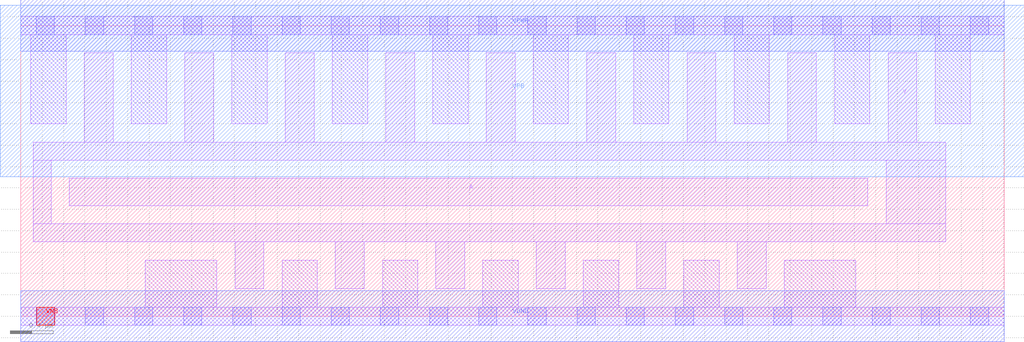
<source format=lef>
# Copyright 2020 The SkyWater PDK Authors
#
# Licensed under the Apache License, Version 2.0 (the "License");
# you may not use this file except in compliance with the License.
# You may obtain a copy of the License at
#
#     https://www.apache.org/licenses/LICENSE-2.0
#
# Unless required by applicable law or agreed to in writing, software
# distributed under the License is distributed on an "AS IS" BASIS,
# WITHOUT WARRANTIES OR CONDITIONS OF ANY KIND, either express or implied.
# See the License for the specific language governing permissions and
# limitations under the License.
#
# SPDX-License-Identifier: Apache-2.0

VERSION 5.7 ;
  NOWIREEXTENSIONATPIN ON ;
  DIVIDERCHAR "/" ;
  BUSBITCHARS "[]" ;
PROPERTYDEFINITIONS
  MACRO maskLayoutSubType STRING ;
  MACRO prCellType STRING ;
  MACRO originalViewName STRING ;
END PROPERTYDEFINITIONS
MACRO sky130_fd_sc_hdll__clkinv_12
  CLASS CORE ;
  FOREIGN sky130_fd_sc_hdll__clkinv_12 ;
  ORIGIN  0.000000  0.000000 ;
  SIZE  9.200000 BY  2.720000 ;
  SYMMETRY X Y R90 ;
  SITE unithd ;
  PIN A
    ANTENNAGATEAREA  3.996000 ;
    DIRECTION INPUT ;
    USE SIGNAL ;
    PORT
      LAYER li1 ;
        RECT 0.455000 1.035000 7.925000 1.290000 ;
    END
  END A
  PIN VNB
    PORT
      LAYER pwell ;
        RECT 0.150000 -0.085000 0.320000 0.085000 ;
    END
  END VNB
  PIN VPB
    PORT
      LAYER nwell ;
        RECT -0.190000 1.305000 9.390000 2.910000 ;
    END
  END VPB
  PIN Y
    ANTENNADIFFAREA  3.290400 ;
    DIRECTION OUTPUT ;
    USE SIGNAL ;
    PORT
      LAYER li1 ;
        RECT 0.115000 0.695000 8.655000 0.865000 ;
        RECT 0.115000 0.865000 0.285000 1.460000 ;
        RECT 0.115000 1.460000 8.655000 1.630000 ;
        RECT 0.595000 1.630000 0.865000 2.465000 ;
        RECT 1.535000 1.630000 1.805000 2.465000 ;
        RECT 2.005000 0.255000 2.275000 0.695000 ;
        RECT 2.475000 1.630000 2.745000 2.465000 ;
        RECT 2.945000 0.255000 3.215000 0.695000 ;
        RECT 3.415000 1.630000 3.685000 2.465000 ;
        RECT 3.885000 0.255000 4.155000 0.695000 ;
        RECT 4.355000 1.630000 4.625000 2.465000 ;
        RECT 4.825000 0.255000 5.095000 0.695000 ;
        RECT 5.295000 1.630000 5.565000 2.465000 ;
        RECT 5.765000 0.255000 6.035000 0.695000 ;
        RECT 6.235000 1.630000 6.505000 2.465000 ;
        RECT 6.705000 0.255000 6.975000 0.695000 ;
        RECT 7.175000 1.630000 7.445000 2.465000 ;
        RECT 8.100000 0.865000 8.655000 1.460000 ;
        RECT 8.115000 1.630000 8.385000 2.465000 ;
    END
  END Y
  PIN VGND
    DIRECTION INOUT ;
    USE GROUND ;
    PORT
      LAYER met1 ;
        RECT 0.000000 -0.240000 9.200000 0.240000 ;
    END
  END VGND
  PIN VPWR
    DIRECTION INOUT ;
    USE POWER ;
    PORT
      LAYER met1 ;
        RECT 0.000000 2.480000 9.200000 2.960000 ;
    END
  END VPWR
  OBS
    LAYER li1 ;
      RECT 0.000000 -0.085000 9.200000 0.085000 ;
      RECT 0.000000  2.635000 9.200000 2.805000 ;
      RECT 0.095000  1.800000 0.425000 2.635000 ;
      RECT 1.035000  1.800000 1.365000 2.635000 ;
      RECT 1.165000  0.085000 1.835000 0.525000 ;
      RECT 1.975000  1.800000 2.305000 2.635000 ;
      RECT 2.445000  0.085000 2.775000 0.525000 ;
      RECT 2.915000  1.800000 3.245000 2.635000 ;
      RECT 3.385000  0.085000 3.715000 0.525000 ;
      RECT 3.855000  1.800000 4.185000 2.635000 ;
      RECT 4.325000  0.085000 4.655000 0.525000 ;
      RECT 4.795000  1.800000 5.125000 2.635000 ;
      RECT 5.265000  0.085000 5.595000 0.525000 ;
      RECT 5.735000  1.800000 6.065000 2.635000 ;
      RECT 6.205000  0.085000 6.535000 0.525000 ;
      RECT 6.675000  1.800000 7.005000 2.635000 ;
      RECT 7.145000  0.085000 7.815000 0.525000 ;
      RECT 7.615000  1.800000 7.945000 2.635000 ;
      RECT 8.555000  1.800000 8.885000 2.635000 ;
    LAYER mcon ;
      RECT 0.145000 -0.085000 0.315000 0.085000 ;
      RECT 0.145000  2.635000 0.315000 2.805000 ;
      RECT 0.605000 -0.085000 0.775000 0.085000 ;
      RECT 0.605000  2.635000 0.775000 2.805000 ;
      RECT 1.065000 -0.085000 1.235000 0.085000 ;
      RECT 1.065000  2.635000 1.235000 2.805000 ;
      RECT 1.525000 -0.085000 1.695000 0.085000 ;
      RECT 1.525000  2.635000 1.695000 2.805000 ;
      RECT 1.985000 -0.085000 2.155000 0.085000 ;
      RECT 1.985000  2.635000 2.155000 2.805000 ;
      RECT 2.445000 -0.085000 2.615000 0.085000 ;
      RECT 2.445000  2.635000 2.615000 2.805000 ;
      RECT 2.905000 -0.085000 3.075000 0.085000 ;
      RECT 2.905000  2.635000 3.075000 2.805000 ;
      RECT 3.365000 -0.085000 3.535000 0.085000 ;
      RECT 3.365000  2.635000 3.535000 2.805000 ;
      RECT 3.825000 -0.085000 3.995000 0.085000 ;
      RECT 3.825000  2.635000 3.995000 2.805000 ;
      RECT 4.285000 -0.085000 4.455000 0.085000 ;
      RECT 4.285000  2.635000 4.455000 2.805000 ;
      RECT 4.745000 -0.085000 4.915000 0.085000 ;
      RECT 4.745000  2.635000 4.915000 2.805000 ;
      RECT 5.205000 -0.085000 5.375000 0.085000 ;
      RECT 5.205000  2.635000 5.375000 2.805000 ;
      RECT 5.665000 -0.085000 5.835000 0.085000 ;
      RECT 5.665000  2.635000 5.835000 2.805000 ;
      RECT 6.125000 -0.085000 6.295000 0.085000 ;
      RECT 6.125000  2.635000 6.295000 2.805000 ;
      RECT 6.585000 -0.085000 6.755000 0.085000 ;
      RECT 6.585000  2.635000 6.755000 2.805000 ;
      RECT 7.045000 -0.085000 7.215000 0.085000 ;
      RECT 7.045000  2.635000 7.215000 2.805000 ;
      RECT 7.505000 -0.085000 7.675000 0.085000 ;
      RECT 7.505000  2.635000 7.675000 2.805000 ;
      RECT 7.965000 -0.085000 8.135000 0.085000 ;
      RECT 7.965000  2.635000 8.135000 2.805000 ;
      RECT 8.425000 -0.085000 8.595000 0.085000 ;
      RECT 8.425000  2.635000 8.595000 2.805000 ;
      RECT 8.885000 -0.085000 9.055000 0.085000 ;
      RECT 8.885000  2.635000 9.055000 2.805000 ;
  END
  PROPERTY maskLayoutSubType "abstract" ;
  PROPERTY prCellType "standard" ;
  PROPERTY originalViewName "layout" ;
END sky130_fd_sc_hdll__clkinv_12
END LIBRARY

</source>
